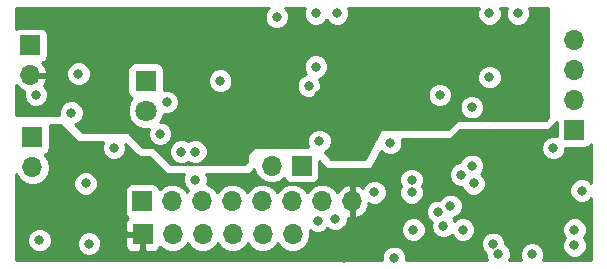
<source format=gbr>
G04 #@! TF.GenerationSoftware,KiCad,Pcbnew,(5.0.0-rc2-178-g3c7b91b96)*
G04 #@! TF.CreationDate,2018-06-28T12:03:05+02:00*
G04 #@! TF.ProjectId,pcb2,706362322E6B696361645F7063620000,1*
G04 #@! TF.SameCoordinates,Original*
G04 #@! TF.FileFunction,Copper,L3,Inr,Plane*
G04 #@! TF.FilePolarity,Positive*
%FSLAX46Y46*%
G04 Gerber Fmt 4.6, Leading zero omitted, Abs format (unit mm)*
G04 Created by KiCad (PCBNEW (5.0.0-rc2-178-g3c7b91b96)) date 06/28/18 12:03:05*
%MOMM*%
%LPD*%
G01*
G04 APERTURE LIST*
G04 #@! TA.AperFunction,ViaPad*
%ADD10R,1.700000X1.700000*%
G04 #@! TD*
G04 #@! TA.AperFunction,ViaPad*
%ADD11O,1.700000X1.700000*%
G04 #@! TD*
G04 #@! TA.AperFunction,ViaPad*
%ADD12R,1.800000X1.800000*%
G04 #@! TD*
G04 #@! TA.AperFunction,ViaPad*
%ADD13C,1.800000*%
G04 #@! TD*
G04 #@! TA.AperFunction,ViaPad*
%ADD14C,0.800000*%
G04 #@! TD*
G04 #@! TA.AperFunction,Conductor*
%ADD15C,0.250000*%
G04 #@! TD*
G04 #@! TA.AperFunction,Conductor*
%ADD16C,0.254000*%
G04 #@! TD*
G04 APERTURE END LIST*
D10*
G04 #@! TO.N,/EINK_BUSY*
G04 #@! TO.C,J3*
X73630000Y-97680000D03*
D11*
G04 #@! TO.N,/EINK_RST*
X76170000Y-97680000D03*
G04 #@! TO.N,/EINK_DC*
X78710000Y-97680000D03*
G04 #@! TO.N,/EINK_CS*
X81250000Y-97680000D03*
G04 #@! TO.N,/ADC_CLK*
X83790000Y-97680000D03*
G04 #@! TO.N,/EINK_DOUT*
X86330000Y-97680000D03*
G04 #@! TO.N,GNDD*
X88870000Y-97680000D03*
G04 #@! TO.N,+3V3*
X91410000Y-97680000D03*
G04 #@! TD*
D10*
G04 #@! TO.N,/VCPRX*
G04 #@! TO.C,J5*
X87130000Y-94680000D03*
D11*
G04 #@! TO.N,/VCPTX*
X84590000Y-94680000D03*
G04 #@! TD*
D10*
G04 #@! TO.N,+3V3*
G04 #@! TO.C,J4*
X73660000Y-100470000D03*
D11*
G04 #@! TO.N,/SWCLK*
X76200000Y-100470000D03*
G04 #@! TO.N,GNDD*
X78740000Y-100470000D03*
G04 #@! TO.N,/SWDIO*
X81280000Y-100470000D03*
G04 #@! TO.N,/NRST*
X83820000Y-100470000D03*
G04 #@! TO.N,GNDD*
X86360000Y-100470000D03*
G04 #@! TD*
D10*
G04 #@! TO.N,/PB7*
G04 #@! TO.C,J6*
X110230000Y-91680000D03*
D11*
G04 #@! TO.N,/PB6*
X110230000Y-89140000D03*
G04 #@! TO.N,/PB1*
X110230000Y-86600000D03*
G04 #@! TO.N,/PB0*
X110230000Y-84060000D03*
G04 #@! TD*
G04 #@! TO.N,+4V*
G04 #@! TO.C,J1*
X64135000Y-87020000D03*
D10*
G04 #@! TO.N,GNDA*
X64135000Y-84480000D03*
G04 #@! TD*
G04 #@! TO.N,GNDD*
G04 #@! TO.C,J2*
X64330000Y-92280000D03*
D11*
G04 #@! TO.N,+5V*
X64330000Y-94820000D03*
G04 #@! TD*
D12*
G04 #@! TO.N,Net-(Q1-Pad1)*
G04 #@! TO.C,Q1*
X73930000Y-87480000D03*
D13*
G04 #@! TO.N,GNDA*
X73930000Y-90020000D03*
G04 #@! TD*
D14*
G04 #@! TO.N,Net-(R1-Pad2)*
X101530000Y-94680000D03*
G04 #@! TO.N,GNDD*
X71230000Y-93180000D03*
X64930000Y-100980000D03*
X69130000Y-101280000D03*
X94930000Y-102480000D03*
X106630000Y-102180000D03*
X108430000Y-93180000D03*
X110830000Y-96780000D03*
X94630000Y-92730000D03*
X110230000Y-101430000D03*
G04 #@! TO.N,+2V5*
X88330000Y-86280000D03*
X80230000Y-87480000D03*
X75130000Y-91980000D03*
X68230000Y-86880000D03*
G04 #@! TO.N,+4V*
X79030000Y-89280000D03*
X83230000Y-82080000D03*
X91930000Y-81780000D03*
X107230000Y-81780000D03*
X101230000Y-81780000D03*
X88630000Y-88680000D03*
G04 #@! TO.N,GNDA*
X64630000Y-88680000D03*
X67630000Y-90180000D03*
X78130000Y-93480000D03*
X76930000Y-93480000D03*
X85030000Y-82080000D03*
X88330000Y-81780000D03*
X90130000Y-81780000D03*
X103030000Y-81780000D03*
X105430000Y-81780000D03*
X75730000Y-89280000D03*
X88630000Y-92580000D03*
X103030000Y-87180000D03*
X101530000Y-89730000D03*
X98830000Y-88680000D03*
X87730000Y-87930000D03*
G04 #@! TO.N,+3V3*
X69130000Y-97680000D03*
X67030000Y-101280000D03*
X66730000Y-97380000D03*
X90730000Y-102480000D03*
X105130000Y-94380000D03*
X108730000Y-102180000D03*
G04 #@! TO.N,+5V*
X68830000Y-96180000D03*
G04 #@! TO.N,/NRST*
X110230000Y-100080000D03*
G04 #@! TO.N,/PB0*
X103332786Y-101285571D03*
G04 #@! TO.N,/SWDIO*
X96580000Y-100080000D03*
G04 #@! TO.N,/EINK_CS*
X100630000Y-95430000D03*
G04 #@! TO.N,/ADC_DIN*
X99130000Y-99780000D03*
G04 #@! TO.N,/ADC_CLK*
X99730000Y-98077752D03*
X88480000Y-99330000D03*
G04 #@! TO.N,/ADC_CS*
X103780000Y-102180000D03*
G04 #@! TO.N,/U8U~D*
X96430000Y-96930000D03*
G04 #@! TO.N,/U7U~D*
X78130000Y-95880000D03*
G04 #@! TO.N,/U7~CS*
X93280000Y-96930000D03*
G04 #@! TO.N,/U8~CS*
X96430000Y-95880000D03*
G04 #@! TO.N,/EINK_DC*
X101680000Y-96180000D03*
X89980000Y-99180000D03*
G04 #@! TO.N,/EINK_RST*
X100780000Y-100080000D03*
G04 #@! TO.N,/EINK_DOUT*
X98680000Y-98580000D03*
G04 #@! TD*
D15*
G04 #@! TO.N,+3V3*
X91129999Y-102080001D02*
X91729999Y-102080001D01*
X90730000Y-102480000D02*
X91129999Y-102080001D01*
G04 #@! TD*
D16*
G04 #@! TO.N,+4V*
G36*
X84152569Y-81493720D02*
X83995000Y-81874126D01*
X83995000Y-82285874D01*
X84152569Y-82666280D01*
X84443720Y-82957431D01*
X84824126Y-83115000D01*
X85235874Y-83115000D01*
X85616280Y-82957431D01*
X85907431Y-82666280D01*
X86065000Y-82285874D01*
X86065000Y-81874126D01*
X85907431Y-81493720D01*
X85703711Y-81290000D01*
X87412689Y-81290000D01*
X87295000Y-81574126D01*
X87295000Y-81985874D01*
X87452569Y-82366280D01*
X87743720Y-82657431D01*
X88124126Y-82815000D01*
X88535874Y-82815000D01*
X88916280Y-82657431D01*
X89207431Y-82366280D01*
X89230000Y-82311794D01*
X89252569Y-82366280D01*
X89543720Y-82657431D01*
X89924126Y-82815000D01*
X90335874Y-82815000D01*
X90716280Y-82657431D01*
X91007431Y-82366280D01*
X91165000Y-81985874D01*
X91165000Y-81574126D01*
X91047311Y-81290000D01*
X102112689Y-81290000D01*
X101995000Y-81574126D01*
X101995000Y-81985874D01*
X102152569Y-82366280D01*
X102443720Y-82657431D01*
X102824126Y-82815000D01*
X103235874Y-82815000D01*
X103616280Y-82657431D01*
X103907431Y-82366280D01*
X104065000Y-81985874D01*
X104065000Y-81574126D01*
X103947311Y-81290000D01*
X104512689Y-81290000D01*
X104395000Y-81574126D01*
X104395000Y-81985874D01*
X104552569Y-82366280D01*
X104843720Y-82657431D01*
X105224126Y-82815000D01*
X105635874Y-82815000D01*
X106016280Y-82657431D01*
X106307431Y-82366280D01*
X106465000Y-81985874D01*
X106465000Y-81574126D01*
X106347311Y-81290000D01*
X108003000Y-81290000D01*
X108003000Y-90577394D01*
X107777394Y-90803000D01*
X100330000Y-90803000D01*
X100281399Y-90812667D01*
X100240197Y-90840197D01*
X99527394Y-91553000D01*
X93880000Y-91553000D01*
X93831399Y-91562667D01*
X93790197Y-91590197D01*
X93767759Y-91620578D01*
X92453536Y-94103000D01*
X89588413Y-94103000D01*
X89082548Y-93512824D01*
X89216280Y-93457431D01*
X89507431Y-93166280D01*
X89665000Y-92785874D01*
X89665000Y-92374126D01*
X89507431Y-91993720D01*
X89216280Y-91702569D01*
X88835874Y-91545000D01*
X88424126Y-91545000D01*
X88043720Y-91702569D01*
X87752569Y-91993720D01*
X87595000Y-92374126D01*
X87595000Y-92785874D01*
X87705647Y-93053000D01*
X83230000Y-93053000D01*
X83181399Y-93062667D01*
X83140197Y-93090197D01*
X82540197Y-93690197D01*
X82512667Y-93731399D01*
X82503000Y-93780000D01*
X82503000Y-94327394D01*
X82277394Y-94553000D01*
X76082606Y-94553000D01*
X74803732Y-93274126D01*
X75895000Y-93274126D01*
X75895000Y-93685874D01*
X76052569Y-94066280D01*
X76343720Y-94357431D01*
X76724126Y-94515000D01*
X77135874Y-94515000D01*
X77516280Y-94357431D01*
X77530000Y-94343711D01*
X77543720Y-94357431D01*
X77924126Y-94515000D01*
X78335874Y-94515000D01*
X78716280Y-94357431D01*
X79007431Y-94066280D01*
X79165000Y-93685874D01*
X79165000Y-93274126D01*
X79007431Y-92893720D01*
X78716280Y-92602569D01*
X78335874Y-92445000D01*
X77924126Y-92445000D01*
X77543720Y-92602569D01*
X77530000Y-92616289D01*
X77516280Y-92602569D01*
X77135874Y-92445000D01*
X76724126Y-92445000D01*
X76343720Y-92602569D01*
X76052569Y-92893720D01*
X75895000Y-93274126D01*
X74803732Y-93274126D01*
X74619803Y-93090197D01*
X74578601Y-93062667D01*
X74530000Y-93053000D01*
X73682606Y-93053000D01*
X72519803Y-91890197D01*
X72478601Y-91862667D01*
X72430000Y-91853000D01*
X68582606Y-91853000D01*
X67912759Y-91183153D01*
X68216280Y-91057431D01*
X68507431Y-90766280D01*
X68665000Y-90385874D01*
X68665000Y-89974126D01*
X68507431Y-89593720D01*
X68216280Y-89302569D01*
X67835874Y-89145000D01*
X67424126Y-89145000D01*
X67043720Y-89302569D01*
X66752569Y-89593720D01*
X66595000Y-89974126D01*
X66595000Y-90353000D01*
X62940000Y-90353000D01*
X62940000Y-87871026D01*
X63253642Y-88215183D01*
X63629202Y-88391556D01*
X63595000Y-88474126D01*
X63595000Y-88885874D01*
X63752569Y-89266280D01*
X64043720Y-89557431D01*
X64424126Y-89715000D01*
X64835874Y-89715000D01*
X65216280Y-89557431D01*
X65507431Y-89266280D01*
X65665000Y-88885874D01*
X65665000Y-88474126D01*
X65507431Y-88093720D01*
X65308418Y-87894707D01*
X65406645Y-87786924D01*
X65576476Y-87376890D01*
X65455155Y-87147000D01*
X64262000Y-87147000D01*
X64262000Y-87167000D01*
X64008000Y-87167000D01*
X64008000Y-87147000D01*
X63988000Y-87147000D01*
X63988000Y-86893000D01*
X64008000Y-86893000D01*
X64008000Y-86873000D01*
X64262000Y-86873000D01*
X64262000Y-86893000D01*
X65455155Y-86893000D01*
X65570662Y-86674126D01*
X67195000Y-86674126D01*
X67195000Y-87085874D01*
X67352569Y-87466280D01*
X67643720Y-87757431D01*
X68024126Y-87915000D01*
X68435874Y-87915000D01*
X68816280Y-87757431D01*
X69107431Y-87466280D01*
X69265000Y-87085874D01*
X69265000Y-86674126D01*
X69226012Y-86580000D01*
X72382560Y-86580000D01*
X72382560Y-88380000D01*
X72431843Y-88627765D01*
X72572191Y-88837809D01*
X72782235Y-88978157D01*
X72797908Y-88981275D01*
X72628690Y-89150493D01*
X72395000Y-89714670D01*
X72395000Y-90325330D01*
X72628690Y-90889507D01*
X73060493Y-91321310D01*
X73624670Y-91555000D01*
X74185765Y-91555000D01*
X74095000Y-91774126D01*
X74095000Y-92185874D01*
X74252569Y-92566280D01*
X74543720Y-92857431D01*
X74924126Y-93015000D01*
X75335874Y-93015000D01*
X75716280Y-92857431D01*
X76007431Y-92566280D01*
X76165000Y-92185874D01*
X76165000Y-91774126D01*
X76007431Y-91393720D01*
X75716280Y-91102569D01*
X75335874Y-90945000D01*
X75175817Y-90945000D01*
X75231310Y-90889507D01*
X75465000Y-90325330D01*
X75465000Y-90290509D01*
X75524126Y-90315000D01*
X75935874Y-90315000D01*
X76316280Y-90157431D01*
X76607431Y-89866280D01*
X76765000Y-89485874D01*
X76765000Y-89074126D01*
X76607431Y-88693720D01*
X76316280Y-88402569D01*
X75935874Y-88245000D01*
X75524126Y-88245000D01*
X75477440Y-88264338D01*
X75477440Y-87274126D01*
X79195000Y-87274126D01*
X79195000Y-87685874D01*
X79352569Y-88066280D01*
X79643720Y-88357431D01*
X80024126Y-88515000D01*
X80435874Y-88515000D01*
X80816280Y-88357431D01*
X81107431Y-88066280D01*
X81249155Y-87724126D01*
X86695000Y-87724126D01*
X86695000Y-88135874D01*
X86852569Y-88516280D01*
X87143720Y-88807431D01*
X87524126Y-88965000D01*
X87935874Y-88965000D01*
X88316280Y-88807431D01*
X88607431Y-88516280D01*
X88624891Y-88474126D01*
X97795000Y-88474126D01*
X97795000Y-88885874D01*
X97952569Y-89266280D01*
X98243720Y-89557431D01*
X98624126Y-89715000D01*
X99035874Y-89715000D01*
X99416280Y-89557431D01*
X99449585Y-89524126D01*
X100495000Y-89524126D01*
X100495000Y-89935874D01*
X100652569Y-90316280D01*
X100943720Y-90607431D01*
X101324126Y-90765000D01*
X101735874Y-90765000D01*
X102116280Y-90607431D01*
X102407431Y-90316280D01*
X102565000Y-89935874D01*
X102565000Y-89524126D01*
X102407431Y-89143720D01*
X102116280Y-88852569D01*
X101735874Y-88695000D01*
X101324126Y-88695000D01*
X100943720Y-88852569D01*
X100652569Y-89143720D01*
X100495000Y-89524126D01*
X99449585Y-89524126D01*
X99707431Y-89266280D01*
X99865000Y-88885874D01*
X99865000Y-88474126D01*
X99707431Y-88093720D01*
X99416280Y-87802569D01*
X99035874Y-87645000D01*
X98624126Y-87645000D01*
X98243720Y-87802569D01*
X97952569Y-88093720D01*
X97795000Y-88474126D01*
X88624891Y-88474126D01*
X88765000Y-88135874D01*
X88765000Y-87724126D01*
X88607431Y-87343720D01*
X88566164Y-87302453D01*
X88916280Y-87157431D01*
X89099585Y-86974126D01*
X101995000Y-86974126D01*
X101995000Y-87385874D01*
X102152569Y-87766280D01*
X102443720Y-88057431D01*
X102824126Y-88215000D01*
X103235874Y-88215000D01*
X103616280Y-88057431D01*
X103907431Y-87766280D01*
X104065000Y-87385874D01*
X104065000Y-86974126D01*
X103907431Y-86593720D01*
X103616280Y-86302569D01*
X103235874Y-86145000D01*
X102824126Y-86145000D01*
X102443720Y-86302569D01*
X102152569Y-86593720D01*
X101995000Y-86974126D01*
X89099585Y-86974126D01*
X89207431Y-86866280D01*
X89365000Y-86485874D01*
X89365000Y-86074126D01*
X89207431Y-85693720D01*
X88916280Y-85402569D01*
X88535874Y-85245000D01*
X88124126Y-85245000D01*
X87743720Y-85402569D01*
X87452569Y-85693720D01*
X87295000Y-86074126D01*
X87295000Y-86485874D01*
X87452569Y-86866280D01*
X87493836Y-86907547D01*
X87143720Y-87052569D01*
X86852569Y-87343720D01*
X86695000Y-87724126D01*
X81249155Y-87724126D01*
X81265000Y-87685874D01*
X81265000Y-87274126D01*
X81107431Y-86893720D01*
X80816280Y-86602569D01*
X80435874Y-86445000D01*
X80024126Y-86445000D01*
X79643720Y-86602569D01*
X79352569Y-86893720D01*
X79195000Y-87274126D01*
X75477440Y-87274126D01*
X75477440Y-86580000D01*
X75428157Y-86332235D01*
X75287809Y-86122191D01*
X75077765Y-85981843D01*
X74830000Y-85932560D01*
X73030000Y-85932560D01*
X72782235Y-85981843D01*
X72572191Y-86122191D01*
X72431843Y-86332235D01*
X72382560Y-86580000D01*
X69226012Y-86580000D01*
X69107431Y-86293720D01*
X68816280Y-86002569D01*
X68435874Y-85845000D01*
X68024126Y-85845000D01*
X67643720Y-86002569D01*
X67352569Y-86293720D01*
X67195000Y-86674126D01*
X65570662Y-86674126D01*
X65576476Y-86663110D01*
X65406645Y-86253076D01*
X65129292Y-85948739D01*
X65232765Y-85928157D01*
X65442809Y-85787809D01*
X65583157Y-85577765D01*
X65632440Y-85330000D01*
X65632440Y-83630000D01*
X65583157Y-83382235D01*
X65442809Y-83172191D01*
X65232765Y-83031843D01*
X64985000Y-82982560D01*
X63285000Y-82982560D01*
X63037235Y-83031843D01*
X62940000Y-83096814D01*
X62940000Y-81290000D01*
X84356289Y-81290000D01*
X84152569Y-81493720D01*
X84152569Y-81493720D01*
G37*
X84152569Y-81493720D02*
X83995000Y-81874126D01*
X83995000Y-82285874D01*
X84152569Y-82666280D01*
X84443720Y-82957431D01*
X84824126Y-83115000D01*
X85235874Y-83115000D01*
X85616280Y-82957431D01*
X85907431Y-82666280D01*
X86065000Y-82285874D01*
X86065000Y-81874126D01*
X85907431Y-81493720D01*
X85703711Y-81290000D01*
X87412689Y-81290000D01*
X87295000Y-81574126D01*
X87295000Y-81985874D01*
X87452569Y-82366280D01*
X87743720Y-82657431D01*
X88124126Y-82815000D01*
X88535874Y-82815000D01*
X88916280Y-82657431D01*
X89207431Y-82366280D01*
X89230000Y-82311794D01*
X89252569Y-82366280D01*
X89543720Y-82657431D01*
X89924126Y-82815000D01*
X90335874Y-82815000D01*
X90716280Y-82657431D01*
X91007431Y-82366280D01*
X91165000Y-81985874D01*
X91165000Y-81574126D01*
X91047311Y-81290000D01*
X102112689Y-81290000D01*
X101995000Y-81574126D01*
X101995000Y-81985874D01*
X102152569Y-82366280D01*
X102443720Y-82657431D01*
X102824126Y-82815000D01*
X103235874Y-82815000D01*
X103616280Y-82657431D01*
X103907431Y-82366280D01*
X104065000Y-81985874D01*
X104065000Y-81574126D01*
X103947311Y-81290000D01*
X104512689Y-81290000D01*
X104395000Y-81574126D01*
X104395000Y-81985874D01*
X104552569Y-82366280D01*
X104843720Y-82657431D01*
X105224126Y-82815000D01*
X105635874Y-82815000D01*
X106016280Y-82657431D01*
X106307431Y-82366280D01*
X106465000Y-81985874D01*
X106465000Y-81574126D01*
X106347311Y-81290000D01*
X108003000Y-81290000D01*
X108003000Y-90577394D01*
X107777394Y-90803000D01*
X100330000Y-90803000D01*
X100281399Y-90812667D01*
X100240197Y-90840197D01*
X99527394Y-91553000D01*
X93880000Y-91553000D01*
X93831399Y-91562667D01*
X93790197Y-91590197D01*
X93767759Y-91620578D01*
X92453536Y-94103000D01*
X89588413Y-94103000D01*
X89082548Y-93512824D01*
X89216280Y-93457431D01*
X89507431Y-93166280D01*
X89665000Y-92785874D01*
X89665000Y-92374126D01*
X89507431Y-91993720D01*
X89216280Y-91702569D01*
X88835874Y-91545000D01*
X88424126Y-91545000D01*
X88043720Y-91702569D01*
X87752569Y-91993720D01*
X87595000Y-92374126D01*
X87595000Y-92785874D01*
X87705647Y-93053000D01*
X83230000Y-93053000D01*
X83181399Y-93062667D01*
X83140197Y-93090197D01*
X82540197Y-93690197D01*
X82512667Y-93731399D01*
X82503000Y-93780000D01*
X82503000Y-94327394D01*
X82277394Y-94553000D01*
X76082606Y-94553000D01*
X74803732Y-93274126D01*
X75895000Y-93274126D01*
X75895000Y-93685874D01*
X76052569Y-94066280D01*
X76343720Y-94357431D01*
X76724126Y-94515000D01*
X77135874Y-94515000D01*
X77516280Y-94357431D01*
X77530000Y-94343711D01*
X77543720Y-94357431D01*
X77924126Y-94515000D01*
X78335874Y-94515000D01*
X78716280Y-94357431D01*
X79007431Y-94066280D01*
X79165000Y-93685874D01*
X79165000Y-93274126D01*
X79007431Y-92893720D01*
X78716280Y-92602569D01*
X78335874Y-92445000D01*
X77924126Y-92445000D01*
X77543720Y-92602569D01*
X77530000Y-92616289D01*
X77516280Y-92602569D01*
X77135874Y-92445000D01*
X76724126Y-92445000D01*
X76343720Y-92602569D01*
X76052569Y-92893720D01*
X75895000Y-93274126D01*
X74803732Y-93274126D01*
X74619803Y-93090197D01*
X74578601Y-93062667D01*
X74530000Y-93053000D01*
X73682606Y-93053000D01*
X72519803Y-91890197D01*
X72478601Y-91862667D01*
X72430000Y-91853000D01*
X68582606Y-91853000D01*
X67912759Y-91183153D01*
X68216280Y-91057431D01*
X68507431Y-90766280D01*
X68665000Y-90385874D01*
X68665000Y-89974126D01*
X68507431Y-89593720D01*
X68216280Y-89302569D01*
X67835874Y-89145000D01*
X67424126Y-89145000D01*
X67043720Y-89302569D01*
X66752569Y-89593720D01*
X66595000Y-89974126D01*
X66595000Y-90353000D01*
X62940000Y-90353000D01*
X62940000Y-87871026D01*
X63253642Y-88215183D01*
X63629202Y-88391556D01*
X63595000Y-88474126D01*
X63595000Y-88885874D01*
X63752569Y-89266280D01*
X64043720Y-89557431D01*
X64424126Y-89715000D01*
X64835874Y-89715000D01*
X65216280Y-89557431D01*
X65507431Y-89266280D01*
X65665000Y-88885874D01*
X65665000Y-88474126D01*
X65507431Y-88093720D01*
X65308418Y-87894707D01*
X65406645Y-87786924D01*
X65576476Y-87376890D01*
X65455155Y-87147000D01*
X64262000Y-87147000D01*
X64262000Y-87167000D01*
X64008000Y-87167000D01*
X64008000Y-87147000D01*
X63988000Y-87147000D01*
X63988000Y-86893000D01*
X64008000Y-86893000D01*
X64008000Y-86873000D01*
X64262000Y-86873000D01*
X64262000Y-86893000D01*
X65455155Y-86893000D01*
X65570662Y-86674126D01*
X67195000Y-86674126D01*
X67195000Y-87085874D01*
X67352569Y-87466280D01*
X67643720Y-87757431D01*
X68024126Y-87915000D01*
X68435874Y-87915000D01*
X68816280Y-87757431D01*
X69107431Y-87466280D01*
X69265000Y-87085874D01*
X69265000Y-86674126D01*
X69226012Y-86580000D01*
X72382560Y-86580000D01*
X72382560Y-88380000D01*
X72431843Y-88627765D01*
X72572191Y-88837809D01*
X72782235Y-88978157D01*
X72797908Y-88981275D01*
X72628690Y-89150493D01*
X72395000Y-89714670D01*
X72395000Y-90325330D01*
X72628690Y-90889507D01*
X73060493Y-91321310D01*
X73624670Y-91555000D01*
X74185765Y-91555000D01*
X74095000Y-91774126D01*
X74095000Y-92185874D01*
X74252569Y-92566280D01*
X74543720Y-92857431D01*
X74924126Y-93015000D01*
X75335874Y-93015000D01*
X75716280Y-92857431D01*
X76007431Y-92566280D01*
X76165000Y-92185874D01*
X76165000Y-91774126D01*
X76007431Y-91393720D01*
X75716280Y-91102569D01*
X75335874Y-90945000D01*
X75175817Y-90945000D01*
X75231310Y-90889507D01*
X75465000Y-90325330D01*
X75465000Y-90290509D01*
X75524126Y-90315000D01*
X75935874Y-90315000D01*
X76316280Y-90157431D01*
X76607431Y-89866280D01*
X76765000Y-89485874D01*
X76765000Y-89074126D01*
X76607431Y-88693720D01*
X76316280Y-88402569D01*
X75935874Y-88245000D01*
X75524126Y-88245000D01*
X75477440Y-88264338D01*
X75477440Y-87274126D01*
X79195000Y-87274126D01*
X79195000Y-87685874D01*
X79352569Y-88066280D01*
X79643720Y-88357431D01*
X80024126Y-88515000D01*
X80435874Y-88515000D01*
X80816280Y-88357431D01*
X81107431Y-88066280D01*
X81249155Y-87724126D01*
X86695000Y-87724126D01*
X86695000Y-88135874D01*
X86852569Y-88516280D01*
X87143720Y-88807431D01*
X87524126Y-88965000D01*
X87935874Y-88965000D01*
X88316280Y-88807431D01*
X88607431Y-88516280D01*
X88624891Y-88474126D01*
X97795000Y-88474126D01*
X97795000Y-88885874D01*
X97952569Y-89266280D01*
X98243720Y-89557431D01*
X98624126Y-89715000D01*
X99035874Y-89715000D01*
X99416280Y-89557431D01*
X99449585Y-89524126D01*
X100495000Y-89524126D01*
X100495000Y-89935874D01*
X100652569Y-90316280D01*
X100943720Y-90607431D01*
X101324126Y-90765000D01*
X101735874Y-90765000D01*
X102116280Y-90607431D01*
X102407431Y-90316280D01*
X102565000Y-89935874D01*
X102565000Y-89524126D01*
X102407431Y-89143720D01*
X102116280Y-88852569D01*
X101735874Y-88695000D01*
X101324126Y-88695000D01*
X100943720Y-88852569D01*
X100652569Y-89143720D01*
X100495000Y-89524126D01*
X99449585Y-89524126D01*
X99707431Y-89266280D01*
X99865000Y-88885874D01*
X99865000Y-88474126D01*
X99707431Y-88093720D01*
X99416280Y-87802569D01*
X99035874Y-87645000D01*
X98624126Y-87645000D01*
X98243720Y-87802569D01*
X97952569Y-88093720D01*
X97795000Y-88474126D01*
X88624891Y-88474126D01*
X88765000Y-88135874D01*
X88765000Y-87724126D01*
X88607431Y-87343720D01*
X88566164Y-87302453D01*
X88916280Y-87157431D01*
X89099585Y-86974126D01*
X101995000Y-86974126D01*
X101995000Y-87385874D01*
X102152569Y-87766280D01*
X102443720Y-88057431D01*
X102824126Y-88215000D01*
X103235874Y-88215000D01*
X103616280Y-88057431D01*
X103907431Y-87766280D01*
X104065000Y-87385874D01*
X104065000Y-86974126D01*
X103907431Y-86593720D01*
X103616280Y-86302569D01*
X103235874Y-86145000D01*
X102824126Y-86145000D01*
X102443720Y-86302569D01*
X102152569Y-86593720D01*
X101995000Y-86974126D01*
X89099585Y-86974126D01*
X89207431Y-86866280D01*
X89365000Y-86485874D01*
X89365000Y-86074126D01*
X89207431Y-85693720D01*
X88916280Y-85402569D01*
X88535874Y-85245000D01*
X88124126Y-85245000D01*
X87743720Y-85402569D01*
X87452569Y-85693720D01*
X87295000Y-86074126D01*
X87295000Y-86485874D01*
X87452569Y-86866280D01*
X87493836Y-86907547D01*
X87143720Y-87052569D01*
X86852569Y-87343720D01*
X86695000Y-87724126D01*
X81249155Y-87724126D01*
X81265000Y-87685874D01*
X81265000Y-87274126D01*
X81107431Y-86893720D01*
X80816280Y-86602569D01*
X80435874Y-86445000D01*
X80024126Y-86445000D01*
X79643720Y-86602569D01*
X79352569Y-86893720D01*
X79195000Y-87274126D01*
X75477440Y-87274126D01*
X75477440Y-86580000D01*
X75428157Y-86332235D01*
X75287809Y-86122191D01*
X75077765Y-85981843D01*
X74830000Y-85932560D01*
X73030000Y-85932560D01*
X72782235Y-85981843D01*
X72572191Y-86122191D01*
X72431843Y-86332235D01*
X72382560Y-86580000D01*
X69226012Y-86580000D01*
X69107431Y-86293720D01*
X68816280Y-86002569D01*
X68435874Y-85845000D01*
X68024126Y-85845000D01*
X67643720Y-86002569D01*
X67352569Y-86293720D01*
X67195000Y-86674126D01*
X65570662Y-86674126D01*
X65576476Y-86663110D01*
X65406645Y-86253076D01*
X65129292Y-85948739D01*
X65232765Y-85928157D01*
X65442809Y-85787809D01*
X65583157Y-85577765D01*
X65632440Y-85330000D01*
X65632440Y-83630000D01*
X65583157Y-83382235D01*
X65442809Y-83172191D01*
X65232765Y-83031843D01*
X64985000Y-82982560D01*
X63285000Y-82982560D01*
X63037235Y-83031843D01*
X62940000Y-83096814D01*
X62940000Y-81290000D01*
X84356289Y-81290000D01*
X84152569Y-81493720D01*
G04 #@! TO.N,+3V3*
G36*
X108732560Y-92185049D02*
X108635874Y-92145000D01*
X108224126Y-92145000D01*
X107843720Y-92302569D01*
X107552569Y-92593720D01*
X107395000Y-92974126D01*
X107395000Y-93385874D01*
X107552569Y-93766280D01*
X107843720Y-94057431D01*
X108224126Y-94215000D01*
X108635874Y-94215000D01*
X109016280Y-94057431D01*
X109307431Y-93766280D01*
X109465000Y-93385874D01*
X109465000Y-93177440D01*
X111080000Y-93177440D01*
X111327765Y-93128157D01*
X111537809Y-92987809D01*
X111620001Y-92864802D01*
X111620001Y-96106290D01*
X111416280Y-95902569D01*
X111035874Y-95745000D01*
X110624126Y-95745000D01*
X110243720Y-95902569D01*
X109952569Y-96193720D01*
X109795000Y-96574126D01*
X109795000Y-96985874D01*
X109952569Y-97366280D01*
X110243720Y-97657431D01*
X110624126Y-97815000D01*
X111035874Y-97815000D01*
X111416280Y-97657431D01*
X111620001Y-97453710D01*
X111620001Y-102670000D01*
X107547311Y-102670000D01*
X107665000Y-102385874D01*
X107665000Y-101974126D01*
X107507431Y-101593720D01*
X107216280Y-101302569D01*
X106835874Y-101145000D01*
X106424126Y-101145000D01*
X106043720Y-101302569D01*
X105752569Y-101593720D01*
X105595000Y-101974126D01*
X105595000Y-102385874D01*
X105712689Y-102670000D01*
X104697311Y-102670000D01*
X104815000Y-102385874D01*
X104815000Y-101974126D01*
X104657431Y-101593720D01*
X104367786Y-101304075D01*
X104367786Y-101079697D01*
X104210217Y-100699291D01*
X103919066Y-100408140D01*
X103538660Y-100250571D01*
X103126912Y-100250571D01*
X102746506Y-100408140D01*
X102455355Y-100699291D01*
X102297786Y-101079697D01*
X102297786Y-101491445D01*
X102455355Y-101871851D01*
X102745000Y-102161496D01*
X102745000Y-102385874D01*
X102862689Y-102670000D01*
X95965000Y-102670000D01*
X95965000Y-102274126D01*
X95807431Y-101893720D01*
X95516280Y-101602569D01*
X95135874Y-101445000D01*
X94724126Y-101445000D01*
X94343720Y-101602569D01*
X94052569Y-101893720D01*
X93895000Y-102274126D01*
X93895000Y-102670000D01*
X62940000Y-102670000D01*
X62940000Y-100774126D01*
X63895000Y-100774126D01*
X63895000Y-101185874D01*
X64052569Y-101566280D01*
X64343720Y-101857431D01*
X64724126Y-102015000D01*
X65135874Y-102015000D01*
X65516280Y-101857431D01*
X65807431Y-101566280D01*
X65965000Y-101185874D01*
X65965000Y-101074126D01*
X68095000Y-101074126D01*
X68095000Y-101485874D01*
X68252569Y-101866280D01*
X68543720Y-102157431D01*
X68924126Y-102315000D01*
X69335874Y-102315000D01*
X69716280Y-102157431D01*
X70007431Y-101866280D01*
X70165000Y-101485874D01*
X70165000Y-101074126D01*
X70033125Y-100755750D01*
X72175000Y-100755750D01*
X72175000Y-101446309D01*
X72271673Y-101679698D01*
X72450301Y-101858327D01*
X72683690Y-101955000D01*
X73374250Y-101955000D01*
X73533000Y-101796250D01*
X73533000Y-100597000D01*
X72333750Y-100597000D01*
X72175000Y-100755750D01*
X70033125Y-100755750D01*
X70007431Y-100693720D01*
X69716280Y-100402569D01*
X69335874Y-100245000D01*
X68924126Y-100245000D01*
X68543720Y-100402569D01*
X68252569Y-100693720D01*
X68095000Y-101074126D01*
X65965000Y-101074126D01*
X65965000Y-100774126D01*
X65807431Y-100393720D01*
X65516280Y-100102569D01*
X65135874Y-99945000D01*
X64724126Y-99945000D01*
X64343720Y-100102569D01*
X64052569Y-100393720D01*
X63895000Y-100774126D01*
X62940000Y-100774126D01*
X62940000Y-95412646D01*
X63259375Y-95890625D01*
X63750582Y-96218839D01*
X64183744Y-96305000D01*
X64476256Y-96305000D01*
X64909418Y-96218839D01*
X65275656Y-95974126D01*
X67795000Y-95974126D01*
X67795000Y-96385874D01*
X67952569Y-96766280D01*
X68243720Y-97057431D01*
X68624126Y-97215000D01*
X69035874Y-97215000D01*
X69416280Y-97057431D01*
X69707431Y-96766280D01*
X69865000Y-96385874D01*
X69865000Y-95974126D01*
X69707431Y-95593720D01*
X69416280Y-95302569D01*
X69035874Y-95145000D01*
X68624126Y-95145000D01*
X68243720Y-95302569D01*
X67952569Y-95593720D01*
X67795000Y-95974126D01*
X65275656Y-95974126D01*
X65400625Y-95890625D01*
X65728839Y-95399418D01*
X65844092Y-94820000D01*
X65728839Y-94240582D01*
X65400625Y-93749375D01*
X65382381Y-93737184D01*
X65427765Y-93728157D01*
X65637809Y-93587809D01*
X65778157Y-93377765D01*
X65827440Y-93130000D01*
X65827440Y-91430000D01*
X65783083Y-91207000D01*
X66677394Y-91207000D01*
X68140197Y-92669803D01*
X68181399Y-92697333D01*
X68230000Y-92707000D01*
X70305647Y-92707000D01*
X70195000Y-92974126D01*
X70195000Y-93385874D01*
X70352569Y-93766280D01*
X70643720Y-94057431D01*
X71024126Y-94215000D01*
X71435874Y-94215000D01*
X71816280Y-94057431D01*
X72107431Y-93766280D01*
X72265000Y-93385874D01*
X72265000Y-92974126D01*
X72208771Y-92838377D01*
X73240197Y-93869803D01*
X73281399Y-93897333D01*
X73330000Y-93907000D01*
X74177394Y-93907000D01*
X75640197Y-95369803D01*
X75681399Y-95397333D01*
X75730000Y-95407000D01*
X77205647Y-95407000D01*
X77095000Y-95674126D01*
X77095000Y-96085874D01*
X77252569Y-96466280D01*
X77541758Y-96755469D01*
X77440000Y-96907761D01*
X77240625Y-96609375D01*
X76749418Y-96281161D01*
X76316256Y-96195000D01*
X76023744Y-96195000D01*
X75590582Y-96281161D01*
X75099375Y-96609375D01*
X75087184Y-96627619D01*
X75078157Y-96582235D01*
X74937809Y-96372191D01*
X74727765Y-96231843D01*
X74480000Y-96182560D01*
X72780000Y-96182560D01*
X72532235Y-96231843D01*
X72322191Y-96372191D01*
X72181843Y-96582235D01*
X72132560Y-96830000D01*
X72132560Y-98530000D01*
X72181843Y-98777765D01*
X72322191Y-98987809D01*
X72457935Y-99078511D01*
X72450301Y-99081673D01*
X72271673Y-99260302D01*
X72175000Y-99493691D01*
X72175000Y-100184250D01*
X72333750Y-100343000D01*
X73533000Y-100343000D01*
X73533000Y-100323000D01*
X73787000Y-100323000D01*
X73787000Y-100343000D01*
X73807000Y-100343000D01*
X73807000Y-100597000D01*
X73787000Y-100597000D01*
X73787000Y-101796250D01*
X73945750Y-101955000D01*
X74636310Y-101955000D01*
X74869699Y-101858327D01*
X75048327Y-101679698D01*
X75114904Y-101518967D01*
X75129375Y-101540625D01*
X75620582Y-101868839D01*
X76053744Y-101955000D01*
X76346256Y-101955000D01*
X76779418Y-101868839D01*
X77270625Y-101540625D01*
X77470000Y-101242239D01*
X77669375Y-101540625D01*
X78160582Y-101868839D01*
X78593744Y-101955000D01*
X78886256Y-101955000D01*
X79319418Y-101868839D01*
X79810625Y-101540625D01*
X80010000Y-101242239D01*
X80209375Y-101540625D01*
X80700582Y-101868839D01*
X81133744Y-101955000D01*
X81426256Y-101955000D01*
X81859418Y-101868839D01*
X82350625Y-101540625D01*
X82550000Y-101242239D01*
X82749375Y-101540625D01*
X83240582Y-101868839D01*
X83673744Y-101955000D01*
X83966256Y-101955000D01*
X84399418Y-101868839D01*
X84890625Y-101540625D01*
X85090000Y-101242239D01*
X85289375Y-101540625D01*
X85780582Y-101868839D01*
X86213744Y-101955000D01*
X86506256Y-101955000D01*
X86939418Y-101868839D01*
X87430625Y-101540625D01*
X87758839Y-101049418D01*
X87874092Y-100470000D01*
X87804022Y-100117733D01*
X87893720Y-100207431D01*
X88274126Y-100365000D01*
X88685874Y-100365000D01*
X89066280Y-100207431D01*
X89305000Y-99968711D01*
X89393720Y-100057431D01*
X89774126Y-100215000D01*
X90185874Y-100215000D01*
X90566280Y-100057431D01*
X90749585Y-99874126D01*
X95545000Y-99874126D01*
X95545000Y-100285874D01*
X95702569Y-100666280D01*
X95993720Y-100957431D01*
X96374126Y-101115000D01*
X96785874Y-101115000D01*
X97166280Y-100957431D01*
X97457431Y-100666280D01*
X97615000Y-100285874D01*
X97615000Y-99874126D01*
X97457431Y-99493720D01*
X97166280Y-99202569D01*
X96785874Y-99045000D01*
X96374126Y-99045000D01*
X95993720Y-99202569D01*
X95702569Y-99493720D01*
X95545000Y-99874126D01*
X90749585Y-99874126D01*
X90857431Y-99766280D01*
X91015000Y-99385874D01*
X91015000Y-99105691D01*
X91053110Y-99121476D01*
X91283000Y-99000155D01*
X91283000Y-97807000D01*
X91263000Y-97807000D01*
X91263000Y-97553000D01*
X91283000Y-97553000D01*
X91283000Y-96359845D01*
X91537000Y-96359845D01*
X91537000Y-97553000D01*
X91557000Y-97553000D01*
X91557000Y-97807000D01*
X91537000Y-97807000D01*
X91537000Y-99000155D01*
X91766890Y-99121476D01*
X92176924Y-98951645D01*
X92605183Y-98561358D01*
X92693112Y-98374126D01*
X97645000Y-98374126D01*
X97645000Y-98785874D01*
X97802569Y-99166280D01*
X98093720Y-99457431D01*
X98136070Y-99474973D01*
X98095000Y-99574126D01*
X98095000Y-99985874D01*
X98252569Y-100366280D01*
X98543720Y-100657431D01*
X98924126Y-100815000D01*
X99335874Y-100815000D01*
X99716280Y-100657431D01*
X99845414Y-100528297D01*
X99902569Y-100666280D01*
X100193720Y-100957431D01*
X100574126Y-101115000D01*
X100985874Y-101115000D01*
X101366280Y-100957431D01*
X101657431Y-100666280D01*
X101815000Y-100285874D01*
X101815000Y-99874126D01*
X109195000Y-99874126D01*
X109195000Y-100285874D01*
X109352569Y-100666280D01*
X109441289Y-100755000D01*
X109352569Y-100843720D01*
X109195000Y-101224126D01*
X109195000Y-101635874D01*
X109352569Y-102016280D01*
X109643720Y-102307431D01*
X110024126Y-102465000D01*
X110435874Y-102465000D01*
X110816280Y-102307431D01*
X111107431Y-102016280D01*
X111265000Y-101635874D01*
X111265000Y-101224126D01*
X111107431Y-100843720D01*
X111018711Y-100755000D01*
X111107431Y-100666280D01*
X111265000Y-100285874D01*
X111265000Y-99874126D01*
X111107431Y-99493720D01*
X110816280Y-99202569D01*
X110435874Y-99045000D01*
X110024126Y-99045000D01*
X109643720Y-99202569D01*
X109352569Y-99493720D01*
X109195000Y-99874126D01*
X101815000Y-99874126D01*
X101657431Y-99493720D01*
X101366280Y-99202569D01*
X100985874Y-99045000D01*
X100574126Y-99045000D01*
X100193720Y-99202569D01*
X100064586Y-99331703D01*
X100007431Y-99193720D01*
X99926463Y-99112752D01*
X99935874Y-99112752D01*
X100316280Y-98955183D01*
X100607431Y-98664032D01*
X100765000Y-98283626D01*
X100765000Y-97871878D01*
X100607431Y-97491472D01*
X100316280Y-97200321D01*
X99935874Y-97042752D01*
X99524126Y-97042752D01*
X99143720Y-97200321D01*
X98852569Y-97491472D01*
X98830397Y-97545000D01*
X98474126Y-97545000D01*
X98093720Y-97702569D01*
X97802569Y-97993720D01*
X97645000Y-98374126D01*
X92693112Y-98374126D01*
X92851486Y-98036892D01*
X92741415Y-97827187D01*
X93074126Y-97965000D01*
X93485874Y-97965000D01*
X93866280Y-97807431D01*
X94157431Y-97516280D01*
X94315000Y-97135874D01*
X94315000Y-96724126D01*
X94157431Y-96343720D01*
X93866280Y-96052569D01*
X93485874Y-95895000D01*
X93074126Y-95895000D01*
X92693720Y-96052569D01*
X92402569Y-96343720D01*
X92321297Y-96539927D01*
X92176924Y-96408355D01*
X91766890Y-96238524D01*
X91537000Y-96359845D01*
X91283000Y-96359845D01*
X91053110Y-96238524D01*
X90643076Y-96408355D01*
X90214817Y-96798642D01*
X90153843Y-96928478D01*
X89940625Y-96609375D01*
X89449418Y-96281161D01*
X89016256Y-96195000D01*
X88723744Y-96195000D01*
X88290582Y-96281161D01*
X87799375Y-96609375D01*
X87600000Y-96907761D01*
X87400625Y-96609375D01*
X86909418Y-96281161D01*
X86476256Y-96195000D01*
X86183744Y-96195000D01*
X85750582Y-96281161D01*
X85259375Y-96609375D01*
X85060000Y-96907761D01*
X84860625Y-96609375D01*
X84369418Y-96281161D01*
X83936256Y-96195000D01*
X83643744Y-96195000D01*
X83210582Y-96281161D01*
X82719375Y-96609375D01*
X82520000Y-96907761D01*
X82320625Y-96609375D01*
X81829418Y-96281161D01*
X81396256Y-96195000D01*
X81103744Y-96195000D01*
X80670582Y-96281161D01*
X80179375Y-96609375D01*
X79980000Y-96907761D01*
X79780625Y-96609375D01*
X79289418Y-96281161D01*
X79099738Y-96243431D01*
X79165000Y-96085874D01*
X79165000Y-95674126D01*
X79054353Y-95407000D01*
X82630000Y-95407000D01*
X82678601Y-95397333D01*
X82719803Y-95369803D01*
X83131272Y-94958334D01*
X83191161Y-95259418D01*
X83519375Y-95750625D01*
X84010582Y-96078839D01*
X84443744Y-96165000D01*
X84736256Y-96165000D01*
X85169418Y-96078839D01*
X85660625Y-95750625D01*
X85672816Y-95732381D01*
X85681843Y-95777765D01*
X85822191Y-95987809D01*
X86032235Y-96128157D01*
X86280000Y-96177440D01*
X87980000Y-96177440D01*
X88227765Y-96128157D01*
X88437809Y-95987809D01*
X88578157Y-95777765D01*
X88598771Y-95674126D01*
X95395000Y-95674126D01*
X95395000Y-96085874D01*
X95527186Y-96405000D01*
X95395000Y-96724126D01*
X95395000Y-97135874D01*
X95552569Y-97516280D01*
X95843720Y-97807431D01*
X96224126Y-97965000D01*
X96635874Y-97965000D01*
X97016280Y-97807431D01*
X97307431Y-97516280D01*
X97465000Y-97135874D01*
X97465000Y-96724126D01*
X97332814Y-96405000D01*
X97465000Y-96085874D01*
X97465000Y-95674126D01*
X97307431Y-95293720D01*
X97237837Y-95224126D01*
X99595000Y-95224126D01*
X99595000Y-95635874D01*
X99752569Y-96016280D01*
X100043720Y-96307431D01*
X100424126Y-96465000D01*
X100677775Y-96465000D01*
X100802569Y-96766280D01*
X101093720Y-97057431D01*
X101474126Y-97215000D01*
X101885874Y-97215000D01*
X102266280Y-97057431D01*
X102557431Y-96766280D01*
X102715000Y-96385874D01*
X102715000Y-95974126D01*
X102557431Y-95593720D01*
X102318711Y-95355000D01*
X102407431Y-95266280D01*
X102565000Y-94885874D01*
X102565000Y-94474126D01*
X102407431Y-94093720D01*
X102116280Y-93802569D01*
X101735874Y-93645000D01*
X101324126Y-93645000D01*
X100943720Y-93802569D01*
X100652569Y-94093720D01*
X100527775Y-94395000D01*
X100424126Y-94395000D01*
X100043720Y-94552569D01*
X99752569Y-94843720D01*
X99595000Y-95224126D01*
X97237837Y-95224126D01*
X97016280Y-95002569D01*
X96635874Y-94845000D01*
X96224126Y-94845000D01*
X95843720Y-95002569D01*
X95552569Y-95293720D01*
X95395000Y-95674126D01*
X88598771Y-95674126D01*
X88627440Y-95530000D01*
X88627440Y-94280099D01*
X89130830Y-94909336D01*
X89168739Y-94941248D01*
X89230000Y-94957000D01*
X92980000Y-94957000D01*
X93028601Y-94947333D01*
X93069803Y-94919803D01*
X93092241Y-94889422D01*
X93865365Y-93429076D01*
X94043720Y-93607431D01*
X94424126Y-93765000D01*
X94835874Y-93765000D01*
X95216280Y-93607431D01*
X95507431Y-93316280D01*
X95665000Y-92935874D01*
X95665000Y-92524126D01*
X95616485Y-92407000D01*
X99730000Y-92407000D01*
X99778601Y-92397333D01*
X99819803Y-92369803D01*
X100532606Y-91657000D01*
X107980000Y-91657000D01*
X108028601Y-91647333D01*
X108069803Y-91619803D01*
X108732560Y-90957046D01*
X108732560Y-92185049D01*
X108732560Y-92185049D01*
G37*
X108732560Y-92185049D02*
X108635874Y-92145000D01*
X108224126Y-92145000D01*
X107843720Y-92302569D01*
X107552569Y-92593720D01*
X107395000Y-92974126D01*
X107395000Y-93385874D01*
X107552569Y-93766280D01*
X107843720Y-94057431D01*
X108224126Y-94215000D01*
X108635874Y-94215000D01*
X109016280Y-94057431D01*
X109307431Y-93766280D01*
X109465000Y-93385874D01*
X109465000Y-93177440D01*
X111080000Y-93177440D01*
X111327765Y-93128157D01*
X111537809Y-92987809D01*
X111620001Y-92864802D01*
X111620001Y-96106290D01*
X111416280Y-95902569D01*
X111035874Y-95745000D01*
X110624126Y-95745000D01*
X110243720Y-95902569D01*
X109952569Y-96193720D01*
X109795000Y-96574126D01*
X109795000Y-96985874D01*
X109952569Y-97366280D01*
X110243720Y-97657431D01*
X110624126Y-97815000D01*
X111035874Y-97815000D01*
X111416280Y-97657431D01*
X111620001Y-97453710D01*
X111620001Y-102670000D01*
X107547311Y-102670000D01*
X107665000Y-102385874D01*
X107665000Y-101974126D01*
X107507431Y-101593720D01*
X107216280Y-101302569D01*
X106835874Y-101145000D01*
X106424126Y-101145000D01*
X106043720Y-101302569D01*
X105752569Y-101593720D01*
X105595000Y-101974126D01*
X105595000Y-102385874D01*
X105712689Y-102670000D01*
X104697311Y-102670000D01*
X104815000Y-102385874D01*
X104815000Y-101974126D01*
X104657431Y-101593720D01*
X104367786Y-101304075D01*
X104367786Y-101079697D01*
X104210217Y-100699291D01*
X103919066Y-100408140D01*
X103538660Y-100250571D01*
X103126912Y-100250571D01*
X102746506Y-100408140D01*
X102455355Y-100699291D01*
X102297786Y-101079697D01*
X102297786Y-101491445D01*
X102455355Y-101871851D01*
X102745000Y-102161496D01*
X102745000Y-102385874D01*
X102862689Y-102670000D01*
X95965000Y-102670000D01*
X95965000Y-102274126D01*
X95807431Y-101893720D01*
X95516280Y-101602569D01*
X95135874Y-101445000D01*
X94724126Y-101445000D01*
X94343720Y-101602569D01*
X94052569Y-101893720D01*
X93895000Y-102274126D01*
X93895000Y-102670000D01*
X62940000Y-102670000D01*
X62940000Y-100774126D01*
X63895000Y-100774126D01*
X63895000Y-101185874D01*
X64052569Y-101566280D01*
X64343720Y-101857431D01*
X64724126Y-102015000D01*
X65135874Y-102015000D01*
X65516280Y-101857431D01*
X65807431Y-101566280D01*
X65965000Y-101185874D01*
X65965000Y-101074126D01*
X68095000Y-101074126D01*
X68095000Y-101485874D01*
X68252569Y-101866280D01*
X68543720Y-102157431D01*
X68924126Y-102315000D01*
X69335874Y-102315000D01*
X69716280Y-102157431D01*
X70007431Y-101866280D01*
X70165000Y-101485874D01*
X70165000Y-101074126D01*
X70033125Y-100755750D01*
X72175000Y-100755750D01*
X72175000Y-101446309D01*
X72271673Y-101679698D01*
X72450301Y-101858327D01*
X72683690Y-101955000D01*
X73374250Y-101955000D01*
X73533000Y-101796250D01*
X73533000Y-100597000D01*
X72333750Y-100597000D01*
X72175000Y-100755750D01*
X70033125Y-100755750D01*
X70007431Y-100693720D01*
X69716280Y-100402569D01*
X69335874Y-100245000D01*
X68924126Y-100245000D01*
X68543720Y-100402569D01*
X68252569Y-100693720D01*
X68095000Y-101074126D01*
X65965000Y-101074126D01*
X65965000Y-100774126D01*
X65807431Y-100393720D01*
X65516280Y-100102569D01*
X65135874Y-99945000D01*
X64724126Y-99945000D01*
X64343720Y-100102569D01*
X64052569Y-100393720D01*
X63895000Y-100774126D01*
X62940000Y-100774126D01*
X62940000Y-95412646D01*
X63259375Y-95890625D01*
X63750582Y-96218839D01*
X64183744Y-96305000D01*
X64476256Y-96305000D01*
X64909418Y-96218839D01*
X65275656Y-95974126D01*
X67795000Y-95974126D01*
X67795000Y-96385874D01*
X67952569Y-96766280D01*
X68243720Y-97057431D01*
X68624126Y-97215000D01*
X69035874Y-97215000D01*
X69416280Y-97057431D01*
X69707431Y-96766280D01*
X69865000Y-96385874D01*
X69865000Y-95974126D01*
X69707431Y-95593720D01*
X69416280Y-95302569D01*
X69035874Y-95145000D01*
X68624126Y-95145000D01*
X68243720Y-95302569D01*
X67952569Y-95593720D01*
X67795000Y-95974126D01*
X65275656Y-95974126D01*
X65400625Y-95890625D01*
X65728839Y-95399418D01*
X65844092Y-94820000D01*
X65728839Y-94240582D01*
X65400625Y-93749375D01*
X65382381Y-93737184D01*
X65427765Y-93728157D01*
X65637809Y-93587809D01*
X65778157Y-93377765D01*
X65827440Y-93130000D01*
X65827440Y-91430000D01*
X65783083Y-91207000D01*
X66677394Y-91207000D01*
X68140197Y-92669803D01*
X68181399Y-92697333D01*
X68230000Y-92707000D01*
X70305647Y-92707000D01*
X70195000Y-92974126D01*
X70195000Y-93385874D01*
X70352569Y-93766280D01*
X70643720Y-94057431D01*
X71024126Y-94215000D01*
X71435874Y-94215000D01*
X71816280Y-94057431D01*
X72107431Y-93766280D01*
X72265000Y-93385874D01*
X72265000Y-92974126D01*
X72208771Y-92838377D01*
X73240197Y-93869803D01*
X73281399Y-93897333D01*
X73330000Y-93907000D01*
X74177394Y-93907000D01*
X75640197Y-95369803D01*
X75681399Y-95397333D01*
X75730000Y-95407000D01*
X77205647Y-95407000D01*
X77095000Y-95674126D01*
X77095000Y-96085874D01*
X77252569Y-96466280D01*
X77541758Y-96755469D01*
X77440000Y-96907761D01*
X77240625Y-96609375D01*
X76749418Y-96281161D01*
X76316256Y-96195000D01*
X76023744Y-96195000D01*
X75590582Y-96281161D01*
X75099375Y-96609375D01*
X75087184Y-96627619D01*
X75078157Y-96582235D01*
X74937809Y-96372191D01*
X74727765Y-96231843D01*
X74480000Y-96182560D01*
X72780000Y-96182560D01*
X72532235Y-96231843D01*
X72322191Y-96372191D01*
X72181843Y-96582235D01*
X72132560Y-96830000D01*
X72132560Y-98530000D01*
X72181843Y-98777765D01*
X72322191Y-98987809D01*
X72457935Y-99078511D01*
X72450301Y-99081673D01*
X72271673Y-99260302D01*
X72175000Y-99493691D01*
X72175000Y-100184250D01*
X72333750Y-100343000D01*
X73533000Y-100343000D01*
X73533000Y-100323000D01*
X73787000Y-100323000D01*
X73787000Y-100343000D01*
X73807000Y-100343000D01*
X73807000Y-100597000D01*
X73787000Y-100597000D01*
X73787000Y-101796250D01*
X73945750Y-101955000D01*
X74636310Y-101955000D01*
X74869699Y-101858327D01*
X75048327Y-101679698D01*
X75114904Y-101518967D01*
X75129375Y-101540625D01*
X75620582Y-101868839D01*
X76053744Y-101955000D01*
X76346256Y-101955000D01*
X76779418Y-101868839D01*
X77270625Y-101540625D01*
X77470000Y-101242239D01*
X77669375Y-101540625D01*
X78160582Y-101868839D01*
X78593744Y-101955000D01*
X78886256Y-101955000D01*
X79319418Y-101868839D01*
X79810625Y-101540625D01*
X80010000Y-101242239D01*
X80209375Y-101540625D01*
X80700582Y-101868839D01*
X81133744Y-101955000D01*
X81426256Y-101955000D01*
X81859418Y-101868839D01*
X82350625Y-101540625D01*
X82550000Y-101242239D01*
X82749375Y-101540625D01*
X83240582Y-101868839D01*
X83673744Y-101955000D01*
X83966256Y-101955000D01*
X84399418Y-101868839D01*
X84890625Y-101540625D01*
X85090000Y-101242239D01*
X85289375Y-101540625D01*
X85780582Y-101868839D01*
X86213744Y-101955000D01*
X86506256Y-101955000D01*
X86939418Y-101868839D01*
X87430625Y-101540625D01*
X87758839Y-101049418D01*
X87874092Y-100470000D01*
X87804022Y-100117733D01*
X87893720Y-100207431D01*
X88274126Y-100365000D01*
X88685874Y-100365000D01*
X89066280Y-100207431D01*
X89305000Y-99968711D01*
X89393720Y-100057431D01*
X89774126Y-100215000D01*
X90185874Y-100215000D01*
X90566280Y-100057431D01*
X90749585Y-99874126D01*
X95545000Y-99874126D01*
X95545000Y-100285874D01*
X95702569Y-100666280D01*
X95993720Y-100957431D01*
X96374126Y-101115000D01*
X96785874Y-101115000D01*
X97166280Y-100957431D01*
X97457431Y-100666280D01*
X97615000Y-100285874D01*
X97615000Y-99874126D01*
X97457431Y-99493720D01*
X97166280Y-99202569D01*
X96785874Y-99045000D01*
X96374126Y-99045000D01*
X95993720Y-99202569D01*
X95702569Y-99493720D01*
X95545000Y-99874126D01*
X90749585Y-99874126D01*
X90857431Y-99766280D01*
X91015000Y-99385874D01*
X91015000Y-99105691D01*
X91053110Y-99121476D01*
X91283000Y-99000155D01*
X91283000Y-97807000D01*
X91263000Y-97807000D01*
X91263000Y-97553000D01*
X91283000Y-97553000D01*
X91283000Y-96359845D01*
X91537000Y-96359845D01*
X91537000Y-97553000D01*
X91557000Y-97553000D01*
X91557000Y-97807000D01*
X91537000Y-97807000D01*
X91537000Y-99000155D01*
X91766890Y-99121476D01*
X92176924Y-98951645D01*
X92605183Y-98561358D01*
X92693112Y-98374126D01*
X97645000Y-98374126D01*
X97645000Y-98785874D01*
X97802569Y-99166280D01*
X98093720Y-99457431D01*
X98136070Y-99474973D01*
X98095000Y-99574126D01*
X98095000Y-99985874D01*
X98252569Y-100366280D01*
X98543720Y-100657431D01*
X98924126Y-100815000D01*
X99335874Y-100815000D01*
X99716280Y-100657431D01*
X99845414Y-100528297D01*
X99902569Y-100666280D01*
X100193720Y-100957431D01*
X100574126Y-101115000D01*
X100985874Y-101115000D01*
X101366280Y-100957431D01*
X101657431Y-100666280D01*
X101815000Y-100285874D01*
X101815000Y-99874126D01*
X109195000Y-99874126D01*
X109195000Y-100285874D01*
X109352569Y-100666280D01*
X109441289Y-100755000D01*
X109352569Y-100843720D01*
X109195000Y-101224126D01*
X109195000Y-101635874D01*
X109352569Y-102016280D01*
X109643720Y-102307431D01*
X110024126Y-102465000D01*
X110435874Y-102465000D01*
X110816280Y-102307431D01*
X111107431Y-102016280D01*
X111265000Y-101635874D01*
X111265000Y-101224126D01*
X111107431Y-100843720D01*
X111018711Y-100755000D01*
X111107431Y-100666280D01*
X111265000Y-100285874D01*
X111265000Y-99874126D01*
X111107431Y-99493720D01*
X110816280Y-99202569D01*
X110435874Y-99045000D01*
X110024126Y-99045000D01*
X109643720Y-99202569D01*
X109352569Y-99493720D01*
X109195000Y-99874126D01*
X101815000Y-99874126D01*
X101657431Y-99493720D01*
X101366280Y-99202569D01*
X100985874Y-99045000D01*
X100574126Y-99045000D01*
X100193720Y-99202569D01*
X100064586Y-99331703D01*
X100007431Y-99193720D01*
X99926463Y-99112752D01*
X99935874Y-99112752D01*
X100316280Y-98955183D01*
X100607431Y-98664032D01*
X100765000Y-98283626D01*
X100765000Y-97871878D01*
X100607431Y-97491472D01*
X100316280Y-97200321D01*
X99935874Y-97042752D01*
X99524126Y-97042752D01*
X99143720Y-97200321D01*
X98852569Y-97491472D01*
X98830397Y-97545000D01*
X98474126Y-97545000D01*
X98093720Y-97702569D01*
X97802569Y-97993720D01*
X97645000Y-98374126D01*
X92693112Y-98374126D01*
X92851486Y-98036892D01*
X92741415Y-97827187D01*
X93074126Y-97965000D01*
X93485874Y-97965000D01*
X93866280Y-97807431D01*
X94157431Y-97516280D01*
X94315000Y-97135874D01*
X94315000Y-96724126D01*
X94157431Y-96343720D01*
X93866280Y-96052569D01*
X93485874Y-95895000D01*
X93074126Y-95895000D01*
X92693720Y-96052569D01*
X92402569Y-96343720D01*
X92321297Y-96539927D01*
X92176924Y-96408355D01*
X91766890Y-96238524D01*
X91537000Y-96359845D01*
X91283000Y-96359845D01*
X91053110Y-96238524D01*
X90643076Y-96408355D01*
X90214817Y-96798642D01*
X90153843Y-96928478D01*
X89940625Y-96609375D01*
X89449418Y-96281161D01*
X89016256Y-96195000D01*
X88723744Y-96195000D01*
X88290582Y-96281161D01*
X87799375Y-96609375D01*
X87600000Y-96907761D01*
X87400625Y-96609375D01*
X86909418Y-96281161D01*
X86476256Y-96195000D01*
X86183744Y-96195000D01*
X85750582Y-96281161D01*
X85259375Y-96609375D01*
X85060000Y-96907761D01*
X84860625Y-96609375D01*
X84369418Y-96281161D01*
X83936256Y-96195000D01*
X83643744Y-96195000D01*
X83210582Y-96281161D01*
X82719375Y-96609375D01*
X82520000Y-96907761D01*
X82320625Y-96609375D01*
X81829418Y-96281161D01*
X81396256Y-96195000D01*
X81103744Y-96195000D01*
X80670582Y-96281161D01*
X80179375Y-96609375D01*
X79980000Y-96907761D01*
X79780625Y-96609375D01*
X79289418Y-96281161D01*
X79099738Y-96243431D01*
X79165000Y-96085874D01*
X79165000Y-95674126D01*
X79054353Y-95407000D01*
X82630000Y-95407000D01*
X82678601Y-95397333D01*
X82719803Y-95369803D01*
X83131272Y-94958334D01*
X83191161Y-95259418D01*
X83519375Y-95750625D01*
X84010582Y-96078839D01*
X84443744Y-96165000D01*
X84736256Y-96165000D01*
X85169418Y-96078839D01*
X85660625Y-95750625D01*
X85672816Y-95732381D01*
X85681843Y-95777765D01*
X85822191Y-95987809D01*
X86032235Y-96128157D01*
X86280000Y-96177440D01*
X87980000Y-96177440D01*
X88227765Y-96128157D01*
X88437809Y-95987809D01*
X88578157Y-95777765D01*
X88598771Y-95674126D01*
X95395000Y-95674126D01*
X95395000Y-96085874D01*
X95527186Y-96405000D01*
X95395000Y-96724126D01*
X95395000Y-97135874D01*
X95552569Y-97516280D01*
X95843720Y-97807431D01*
X96224126Y-97965000D01*
X96635874Y-97965000D01*
X97016280Y-97807431D01*
X97307431Y-97516280D01*
X97465000Y-97135874D01*
X97465000Y-96724126D01*
X97332814Y-96405000D01*
X97465000Y-96085874D01*
X97465000Y-95674126D01*
X97307431Y-95293720D01*
X97237837Y-95224126D01*
X99595000Y-95224126D01*
X99595000Y-95635874D01*
X99752569Y-96016280D01*
X100043720Y-96307431D01*
X100424126Y-96465000D01*
X100677775Y-96465000D01*
X100802569Y-96766280D01*
X101093720Y-97057431D01*
X101474126Y-97215000D01*
X101885874Y-97215000D01*
X102266280Y-97057431D01*
X102557431Y-96766280D01*
X102715000Y-96385874D01*
X102715000Y-95974126D01*
X102557431Y-95593720D01*
X102318711Y-95355000D01*
X102407431Y-95266280D01*
X102565000Y-94885874D01*
X102565000Y-94474126D01*
X102407431Y-94093720D01*
X102116280Y-93802569D01*
X101735874Y-93645000D01*
X101324126Y-93645000D01*
X100943720Y-93802569D01*
X100652569Y-94093720D01*
X100527775Y-94395000D01*
X100424126Y-94395000D01*
X100043720Y-94552569D01*
X99752569Y-94843720D01*
X99595000Y-95224126D01*
X97237837Y-95224126D01*
X97016280Y-95002569D01*
X96635874Y-94845000D01*
X96224126Y-94845000D01*
X95843720Y-95002569D01*
X95552569Y-95293720D01*
X95395000Y-95674126D01*
X88598771Y-95674126D01*
X88627440Y-95530000D01*
X88627440Y-94280099D01*
X89130830Y-94909336D01*
X89168739Y-94941248D01*
X89230000Y-94957000D01*
X92980000Y-94957000D01*
X93028601Y-94947333D01*
X93069803Y-94919803D01*
X93092241Y-94889422D01*
X93865365Y-93429076D01*
X94043720Y-93607431D01*
X94424126Y-93765000D01*
X94835874Y-93765000D01*
X95216280Y-93607431D01*
X95507431Y-93316280D01*
X95665000Y-92935874D01*
X95665000Y-92524126D01*
X95616485Y-92407000D01*
X99730000Y-92407000D01*
X99778601Y-92397333D01*
X99819803Y-92369803D01*
X100532606Y-91657000D01*
X107980000Y-91657000D01*
X108028601Y-91647333D01*
X108069803Y-91619803D01*
X108732560Y-90957046D01*
X108732560Y-92185049D01*
G04 #@! TD*
M02*

</source>
